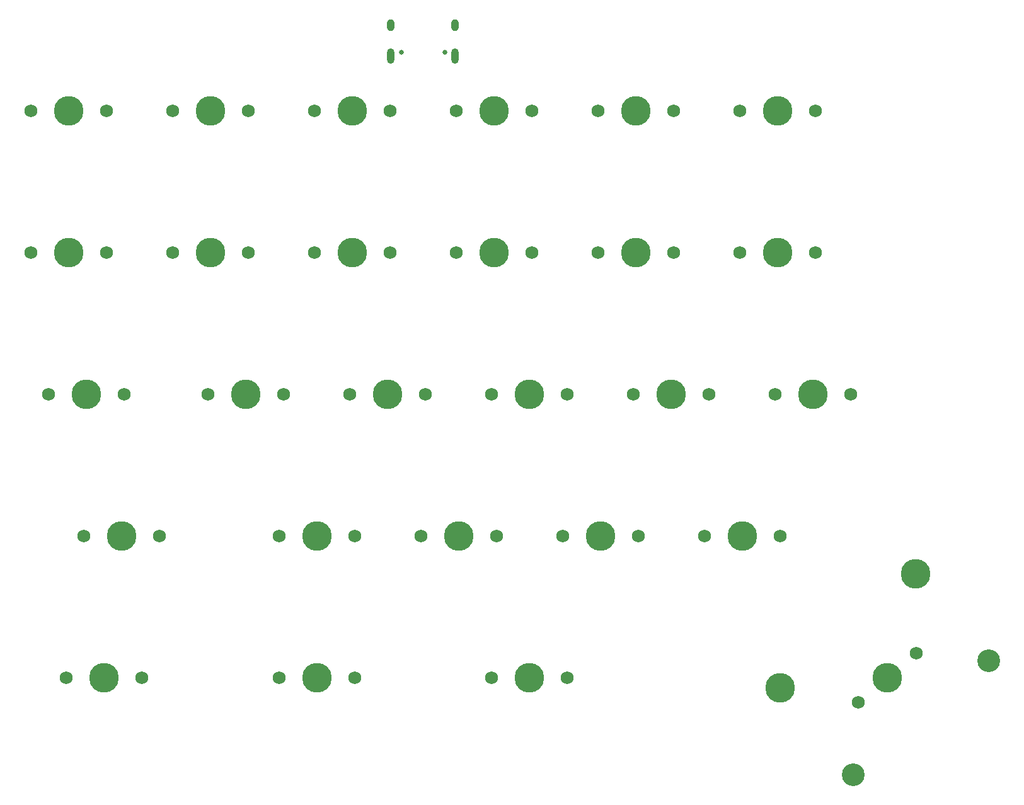
<source format=gbr>
%TF.GenerationSoftware,KiCad,Pcbnew,(5.1.9)-1*%
%TF.CreationDate,2021-07-10T10:23:15+02:00*%
%TF.ProjectId,GameHand,47616d65-4861-46e6-942e-6b696361645f,rev?*%
%TF.SameCoordinates,Original*%
%TF.FileFunction,Soldermask,Top*%
%TF.FilePolarity,Negative*%
%FSLAX46Y46*%
G04 Gerber Fmt 4.6, Leading zero omitted, Abs format (unit mm)*
G04 Created by KiCad (PCBNEW (5.1.9)-1) date 2021-07-10 10:23:15*
%MOMM*%
%LPD*%
G01*
G04 APERTURE LIST*
%ADD10C,3.987800*%
%ADD11C,1.750000*%
%ADD12O,1.000000X2.100000*%
%ADD13C,0.650000*%
%ADD14O,1.000000X1.600000*%
%ADD15C,3.048000*%
G04 APERTURE END LIST*
D10*
%TO.C,MX43*%
X171450000Y-100806250D03*
D11*
X166370000Y-100806250D03*
X176530000Y-100806250D03*
%TD*%
D12*
%TO.C,J1*%
X151944800Y-36302400D03*
X143304800Y-36302400D03*
D13*
X144734800Y-35772400D03*
D14*
X143304800Y-32122400D03*
D13*
X150514800Y-35772400D03*
D14*
X151944800Y-32122400D03*
%TD*%
D10*
%TO.C,MX55*%
X161925000Y-119856250D03*
D11*
X156845000Y-119856250D03*
X167005000Y-119856250D03*
%TD*%
D10*
%TO.C,MX54*%
X133350000Y-119856250D03*
D11*
X128270000Y-119856250D03*
X138430000Y-119856250D03*
%TD*%
D10*
%TO.C,MX53*%
X104775000Y-119856250D03*
D11*
X99695000Y-119856250D03*
X109855000Y-119856250D03*
%TD*%
D10*
%TO.C,MX40*%
X107156250Y-100806250D03*
D11*
X102076250Y-100806250D03*
X112236250Y-100806250D03*
%TD*%
D10*
%TO.C,MX27*%
X102393750Y-81756250D03*
D11*
X97313750Y-81756250D03*
X107473750Y-81756250D03*
%TD*%
D10*
%TO.C,MX14*%
X100012500Y-62706250D03*
D11*
X94932500Y-62706250D03*
X105092500Y-62706250D03*
%TD*%
D10*
%TO.C,MX58*%
X210007200Y-119837200D03*
D11*
X206115694Y-123102561D03*
X213898706Y-116571839D03*
D15*
X205376355Y-132841210D03*
X223617788Y-117534830D03*
D10*
X195580272Y-121166693D03*
X213821705Y-105860313D03*
%TD*%
%TO.C,MX44*%
X190500000Y-100806250D03*
D11*
X185420000Y-100806250D03*
X195580000Y-100806250D03*
%TD*%
D10*
%TO.C,MX42*%
X152400000Y-100806250D03*
D11*
X147320000Y-100806250D03*
X157480000Y-100806250D03*
%TD*%
D10*
%TO.C,MX41*%
X133350000Y-100806250D03*
D11*
X128270000Y-100806250D03*
X138430000Y-100806250D03*
%TD*%
D10*
%TO.C,MX32*%
X200025000Y-81756250D03*
D11*
X194945000Y-81756250D03*
X205105000Y-81756250D03*
%TD*%
D10*
%TO.C,MX31*%
X180975000Y-81756250D03*
D11*
X175895000Y-81756250D03*
X186055000Y-81756250D03*
%TD*%
D10*
%TO.C,MX30*%
X161925000Y-81756250D03*
D11*
X156845000Y-81756250D03*
X167005000Y-81756250D03*
%TD*%
D10*
%TO.C,MX29*%
X142875000Y-81756250D03*
D11*
X137795000Y-81756250D03*
X147955000Y-81756250D03*
%TD*%
D10*
%TO.C,MX28*%
X123825000Y-81756250D03*
D11*
X118745000Y-81756250D03*
X128905000Y-81756250D03*
%TD*%
D10*
%TO.C,MX19*%
X195262500Y-62706250D03*
D11*
X190182500Y-62706250D03*
X200342500Y-62706250D03*
%TD*%
D10*
%TO.C,MX18*%
X176212500Y-62706250D03*
D11*
X171132500Y-62706250D03*
X181292500Y-62706250D03*
%TD*%
D10*
%TO.C,MX17*%
X157162500Y-62706250D03*
D11*
X152082500Y-62706250D03*
X162242500Y-62706250D03*
%TD*%
D10*
%TO.C,MX16*%
X138112500Y-62706250D03*
D11*
X133032500Y-62706250D03*
X143192500Y-62706250D03*
%TD*%
D10*
%TO.C,MX15*%
X119062500Y-62706250D03*
D11*
X113982500Y-62706250D03*
X124142500Y-62706250D03*
%TD*%
D10*
%TO.C,MX6*%
X195262500Y-43656250D03*
D11*
X190182500Y-43656250D03*
X200342500Y-43656250D03*
%TD*%
D10*
%TO.C,MX5*%
X176212500Y-43656250D03*
D11*
X171132500Y-43656250D03*
X181292500Y-43656250D03*
%TD*%
D10*
%TO.C,MX4*%
X157162500Y-43656250D03*
D11*
X152082500Y-43656250D03*
X162242500Y-43656250D03*
%TD*%
D10*
%TO.C,MX3*%
X138112500Y-43656250D03*
D11*
X133032500Y-43656250D03*
X143192500Y-43656250D03*
%TD*%
D10*
%TO.C,MX2*%
X119062500Y-43656250D03*
D11*
X113982500Y-43656250D03*
X124142500Y-43656250D03*
%TD*%
D10*
%TO.C,MX1*%
X100012500Y-43656250D03*
D11*
X94932500Y-43656250D03*
X105092500Y-43656250D03*
%TD*%
M02*

</source>
